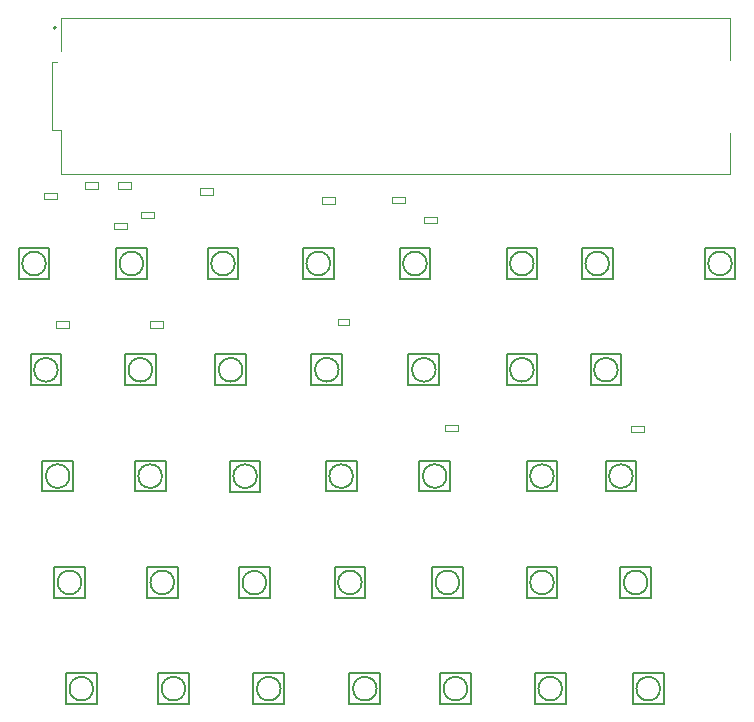
<source format=gbr>
%TF.GenerationSoftware,KiCad,Pcbnew,(6.0.8)*%
%TF.CreationDate,2022-12-05T17:54:35+01:00*%
%TF.ProjectId,FMC-HPC-BRK,464d432d-4850-4432-9d42-524b2e6b6963,rev?*%
%TF.SameCoordinates,Original*%
%TF.FileFunction,AssemblyDrawing,Top*%
%FSLAX46Y46*%
G04 Gerber Fmt 4.6, Leading zero omitted, Abs format (unit mm)*
G04 Created by KiCad (PCBNEW (6.0.8)) date 2022-12-05 17:54:35*
%MOMM*%
%LPD*%
G01*
G04 APERTURE LIST*
%ADD10C,0.100000*%
%ADD11C,0.200000*%
%ADD12C,0.120000*%
%ADD13C,0.127000*%
G04 APERTURE END LIST*
D10*
%TO.C,K1*%
X161910000Y-43445000D02*
X161910000Y-39930000D01*
X104480000Y-39680000D02*
X105280000Y-39680000D01*
X105280000Y-43445000D02*
X161910000Y-43445000D01*
X105280000Y-30215000D02*
X105280000Y-33030000D01*
X161910000Y-30215000D02*
X105280000Y-30215000D01*
X104480000Y-33980000D02*
X104480000Y-39680000D01*
X161910000Y-33730000D02*
X161910000Y-30215000D01*
X104945000Y-33980000D02*
X104480000Y-33980000D01*
X105280000Y-39680000D02*
X105280000Y-43445000D01*
D11*
X104845000Y-31030000D02*
G75*
G03*
X104845000Y-31030000I-100000J0D01*
G01*
D12*
%TO.C,R1*%
X138870000Y-64650000D02*
X138870000Y-65200000D01*
X138870000Y-65200000D02*
X137770000Y-65200000D01*
X137770000Y-65200000D02*
X137770000Y-64650000D01*
X137770000Y-64650000D02*
X138870000Y-64650000D01*
%TO.C,R9*%
X154620000Y-64720000D02*
X154620000Y-65270000D01*
X154620000Y-65270000D02*
X153520000Y-65270000D01*
X153520000Y-65270000D02*
X153520000Y-64720000D01*
X153520000Y-64720000D02*
X154620000Y-64720000D01*
%TO.C,R4*%
X113945000Y-55895000D02*
X113945000Y-56445000D01*
X113945000Y-56445000D02*
X112845000Y-56445000D01*
X112845000Y-56445000D02*
X112845000Y-55895000D01*
X112845000Y-55895000D02*
X113945000Y-55895000D01*
%TO.C,R2*%
X104860000Y-56445000D02*
X104860000Y-55895000D01*
X104860000Y-55895000D02*
X105960000Y-55895000D01*
X105960000Y-55895000D02*
X105960000Y-56445000D01*
X105960000Y-56445000D02*
X104860000Y-56445000D01*
%TO.C,R13*%
X110845000Y-47545000D02*
X110845000Y-48095000D01*
X110845000Y-48095000D02*
X109745000Y-48095000D01*
X109745000Y-48095000D02*
X109745000Y-47545000D01*
X109745000Y-47545000D02*
X110845000Y-47545000D01*
%TO.C,R10*%
X112070000Y-47170000D02*
X112070000Y-46620000D01*
X112070000Y-46620000D02*
X113170000Y-46620000D01*
X113170000Y-46620000D02*
X113170000Y-47170000D01*
X113170000Y-47170000D02*
X112070000Y-47170000D01*
%TO.C,R7*%
X103865000Y-45540000D02*
X103865000Y-44990000D01*
X103865000Y-44990000D02*
X104965000Y-44990000D01*
X104965000Y-44990000D02*
X104965000Y-45540000D01*
X104965000Y-45540000D02*
X103865000Y-45540000D01*
%TO.C,R8*%
X108375000Y-44110000D02*
X108375000Y-44660000D01*
X108375000Y-44660000D02*
X107275000Y-44660000D01*
X107275000Y-44660000D02*
X107275000Y-44110000D01*
X107275000Y-44110000D02*
X108375000Y-44110000D01*
%TO.C,R5*%
X110080000Y-44650000D02*
X110080000Y-44100000D01*
X110080000Y-44100000D02*
X111180000Y-44100000D01*
X111180000Y-44100000D02*
X111180000Y-44650000D01*
X111180000Y-44650000D02*
X110080000Y-44650000D01*
%TO.C,R12*%
X117055000Y-44620000D02*
X118155000Y-44620000D01*
X117055000Y-45170000D02*
X117055000Y-44620000D01*
X118155000Y-45170000D02*
X117055000Y-45170000D01*
X118155000Y-44620000D02*
X118155000Y-45170000D01*
%TO.C,R3*%
X136030000Y-47590000D02*
X136030000Y-47040000D01*
X136030000Y-47040000D02*
X137130000Y-47040000D01*
X137130000Y-47040000D02*
X137130000Y-47590000D01*
X137130000Y-47590000D02*
X136030000Y-47590000D01*
%TO.C,R11*%
X134395000Y-45345000D02*
X134395000Y-45895000D01*
X134395000Y-45895000D02*
X133295000Y-45895000D01*
X133295000Y-45895000D02*
X133295000Y-45345000D01*
X133295000Y-45345000D02*
X134395000Y-45345000D01*
%TO.C,R6*%
X127340000Y-45930000D02*
X127340000Y-45380000D01*
X127340000Y-45380000D02*
X128440000Y-45380000D01*
X128440000Y-45380000D02*
X128440000Y-45930000D01*
X128440000Y-45930000D02*
X127340000Y-45930000D01*
D10*
%TO.C,C1*%
X129687840Y-56198920D02*
X128692160Y-56198920D01*
X128692160Y-55701080D02*
X129687840Y-55701080D01*
X128692160Y-56198920D02*
X128692160Y-55701080D01*
X129687840Y-55701080D02*
X129687840Y-56198920D01*
D13*
%TO.C,LA00_P_CC1*%
X110700000Y-58700000D02*
X113300000Y-58700000D01*
X113300000Y-61300000D02*
X110700000Y-61300000D01*
X110700000Y-61300000D02*
X110700000Y-58700000D01*
X113300000Y-58700000D02*
X113300000Y-61300000D01*
X113000000Y-60000000D02*
G75*
G03*
X113000000Y-60000000I-1000000J0D01*
G01*
%TO.C,LA32_P1*%
X152635000Y-76700000D02*
X155235000Y-76700000D01*
X152635000Y-79300000D02*
X152635000Y-76700000D01*
X155235000Y-79300000D02*
X152635000Y-79300000D01*
X155235000Y-76700000D02*
X155235000Y-79300000D01*
X154935000Y-78000000D02*
G75*
G03*
X154935000Y-78000000I-1000000J0D01*
G01*
%TO.C,HA04_P1*%
X115155000Y-79300000D02*
X112555000Y-79300000D01*
X112555000Y-79300000D02*
X112555000Y-76700000D01*
X112555000Y-76700000D02*
X115155000Y-76700000D01*
X115155000Y-76700000D02*
X115155000Y-79300000D01*
X114855000Y-78000000D02*
G75*
G03*
X114855000Y-78000000I-1000000J0D01*
G01*
%TO.C,CLK3_BIDIR_P1*%
X103700000Y-67700000D02*
X106300000Y-67700000D01*
X106300000Y-70300000D02*
X103700000Y-70300000D01*
X106300000Y-67700000D02*
X106300000Y-70300000D01*
X103700000Y-70300000D02*
X103700000Y-67700000D01*
X106000000Y-69000000D02*
G75*
G03*
X106000000Y-69000000I-1000000J0D01*
G01*
%TO.C,LA13_P1*%
X129085000Y-61295000D02*
X126485000Y-61295000D01*
X126485000Y-61295000D02*
X126485000Y-58695000D01*
X126485000Y-58695000D02*
X129085000Y-58695000D01*
X129085000Y-58695000D02*
X129085000Y-61295000D01*
X128785000Y-59995000D02*
G75*
G03*
X128785000Y-59995000I-1000000J0D01*
G01*
%TO.C,HA17_P_CC1*%
X128365000Y-52295000D02*
X125765000Y-52295000D01*
X128365000Y-49695000D02*
X128365000Y-52295000D01*
X125765000Y-49695000D02*
X128365000Y-49695000D01*
X125765000Y-52295000D02*
X125765000Y-49695000D01*
X128065000Y-50995000D02*
G75*
G03*
X128065000Y-50995000I-1000000J0D01*
G01*
%TO.C,LA01_P_CC1*%
X116100000Y-85695000D02*
X116100000Y-88295000D01*
X113500000Y-88295000D02*
X113500000Y-85695000D01*
X116100000Y-88295000D02*
X113500000Y-88295000D01*
X113500000Y-85695000D02*
X116100000Y-85695000D01*
X115800000Y-86995000D02*
G75*
G03*
X115800000Y-86995000I-1000000J0D01*
G01*
%TO.C,HB00_P_CC2*%
X138225000Y-67695000D02*
X138225000Y-70295000D01*
X135625000Y-70295000D02*
X135625000Y-67695000D01*
X135625000Y-67695000D02*
X138225000Y-67695000D01*
X138225000Y-70295000D02*
X135625000Y-70295000D01*
X137925000Y-68995000D02*
G75*
G03*
X137925000Y-68995000I-1000000J0D01*
G01*
%TO.C,CLK1_M2C_P1*%
X105300000Y-61300000D02*
X102700000Y-61300000D01*
X102700000Y-61300000D02*
X102700000Y-58700000D01*
X105300000Y-58700000D02*
X105300000Y-61300000D01*
X102700000Y-58700000D02*
X105300000Y-58700000D01*
X105000000Y-60000000D02*
G75*
G03*
X105000000Y-60000000I-1000000J0D01*
G01*
%TO.C,LA17_P_CC1*%
X129700000Y-85700000D02*
X132300000Y-85700000D01*
X132300000Y-88300000D02*
X129700000Y-88300000D01*
X129700000Y-88300000D02*
X129700000Y-85700000D01*
X132300000Y-85700000D02*
X132300000Y-88300000D01*
X132000000Y-87000000D02*
G75*
G03*
X132000000Y-87000000I-1000000J0D01*
G01*
%TO.C,HB21_P1*%
X159775000Y-49695000D02*
X162375000Y-49695000D01*
X159775000Y-52295000D02*
X159775000Y-49695000D01*
X162375000Y-52295000D02*
X159775000Y-52295000D01*
X162375000Y-49695000D02*
X162375000Y-52295000D01*
X162075000Y-50995000D02*
G75*
G03*
X162075000Y-50995000I-1000000J0D01*
G01*
%TO.C,LA21_P1*%
X136700000Y-76700000D02*
X139300000Y-76700000D01*
X139300000Y-79300000D02*
X136700000Y-79300000D01*
X136700000Y-79300000D02*
X136700000Y-76700000D01*
X139300000Y-76700000D02*
X139300000Y-79300000D01*
X139000000Y-78000000D02*
G75*
G03*
X139000000Y-78000000I-1000000J0D01*
G01*
%TO.C,HA00_P_CC1*%
X109945000Y-52300000D02*
X109945000Y-49700000D01*
X109945000Y-49700000D02*
X112545000Y-49700000D01*
X112545000Y-49700000D02*
X112545000Y-52300000D01*
X112545000Y-52300000D02*
X109945000Y-52300000D01*
X112245000Y-51000000D02*
G75*
G03*
X112245000Y-51000000I-1000000J0D01*
G01*
%TO.C,CLK2_BIDIR_P1*%
X108300000Y-88300000D02*
X105700000Y-88300000D01*
X105700000Y-88300000D02*
X105700000Y-85700000D01*
X108300000Y-85700000D02*
X108300000Y-88300000D01*
X105700000Y-85700000D02*
X108300000Y-85700000D01*
X108000000Y-87000000D02*
G75*
G03*
X108000000Y-87000000I-1000000J0D01*
G01*
%TO.C,HA13_P1*%
X118345000Y-61300000D02*
X118345000Y-58700000D01*
X120945000Y-61300000D02*
X118345000Y-61300000D01*
X120945000Y-58700000D02*
X120945000Y-61300000D01*
X118345000Y-58700000D02*
X120945000Y-58700000D01*
X120645000Y-60000000D02*
G75*
G03*
X120645000Y-60000000I-1000000J0D01*
G01*
%TO.C,LA18_P_CC1*%
X136545000Y-52300000D02*
X133945000Y-52300000D01*
X133945000Y-52300000D02*
X133945000Y-49700000D01*
X136545000Y-49700000D02*
X136545000Y-52300000D01*
X133945000Y-49700000D02*
X136545000Y-49700000D01*
X136245000Y-51000000D02*
G75*
G03*
X136245000Y-51000000I-1000000J0D01*
G01*
%TO.C,HA21_P1*%
X131040000Y-76700000D02*
X131040000Y-79300000D01*
X128440000Y-79300000D02*
X128440000Y-76700000D01*
X131040000Y-79300000D02*
X128440000Y-79300000D01*
X128440000Y-76700000D02*
X131040000Y-76700000D01*
X130740000Y-78000000D02*
G75*
G03*
X130740000Y-78000000I-1000000J0D01*
G01*
%TO.C,HB17_P_CC1*%
X151385000Y-67700000D02*
X153985000Y-67700000D01*
X153985000Y-67700000D02*
X153985000Y-70300000D01*
X151385000Y-70300000D02*
X151385000Y-67700000D01*
X153985000Y-70300000D02*
X151385000Y-70300000D01*
X153685000Y-69000000D02*
G75*
G03*
X153685000Y-69000000I-1000000J0D01*
G01*
%TO.C,LA07_P1*%
X119570000Y-70305000D02*
X119570000Y-67705000D01*
X122170000Y-67705000D02*
X122170000Y-70305000D01*
X122170000Y-70305000D02*
X119570000Y-70305000D01*
X119570000Y-67705000D02*
X122170000Y-67705000D01*
X121870000Y-69005000D02*
G75*
G03*
X121870000Y-69005000I-1000000J0D01*
G01*
%TO.C,HB06_P_CC1*%
X145600000Y-58695000D02*
X145600000Y-61295000D01*
X145600000Y-61295000D02*
X143000000Y-61295000D01*
X143000000Y-61295000D02*
X143000000Y-58695000D01*
X143000000Y-58695000D02*
X145600000Y-58695000D01*
X145300000Y-59995000D02*
G75*
G03*
X145300000Y-59995000I-1000000J0D01*
G01*
%TO.C,HB18_P1*%
X149380000Y-49700000D02*
X151980000Y-49700000D01*
X151980000Y-52300000D02*
X149380000Y-52300000D01*
X151980000Y-49700000D02*
X151980000Y-52300000D01*
X149380000Y-52300000D02*
X149380000Y-49700000D01*
X151680000Y-51000000D02*
G75*
G03*
X151680000Y-51000000I-1000000J0D01*
G01*
%TO.C,CLK0_M2C_P1*%
X107300000Y-79300000D02*
X104700000Y-79300000D01*
X107300000Y-76700000D02*
X107300000Y-79300000D01*
X104700000Y-79300000D02*
X104700000Y-76700000D01*
X104700000Y-76700000D02*
X107300000Y-76700000D01*
X107000000Y-78000000D02*
G75*
G03*
X107000000Y-78000000I-1000000J0D01*
G01*
%TO.C,HA02_P1*%
X111530000Y-67700000D02*
X114130000Y-67700000D01*
X114130000Y-67700000D02*
X114130000Y-70300000D01*
X111530000Y-70300000D02*
X111530000Y-67700000D01*
X114130000Y-70300000D02*
X111530000Y-70300000D01*
X113830000Y-69000000D02*
G75*
G03*
X113830000Y-69000000I-1000000J0D01*
G01*
%TO.C,LA25_P1*%
X139980000Y-88295000D02*
X137380000Y-88295000D01*
X139980000Y-85695000D02*
X139980000Y-88295000D01*
X137380000Y-88295000D02*
X137380000Y-85695000D01*
X137380000Y-85695000D02*
X139980000Y-85695000D01*
X139680000Y-86995000D02*
G75*
G03*
X139680000Y-86995000I-1000000J0D01*
G01*
%TO.C,HA06_P1*%
X120300000Y-52300000D02*
X117700000Y-52300000D01*
X117700000Y-49700000D02*
X120300000Y-49700000D01*
X117700000Y-52300000D02*
X117700000Y-49700000D01*
X120300000Y-49700000D02*
X120300000Y-52300000D01*
X120000000Y-51000000D02*
G75*
G03*
X120000000Y-51000000I-1000000J0D01*
G01*
%TO.C,LA22_P1*%
X137300000Y-58700000D02*
X137300000Y-61300000D01*
X137300000Y-61300000D02*
X134700000Y-61300000D01*
X134700000Y-58700000D02*
X137300000Y-58700000D01*
X134700000Y-61300000D02*
X134700000Y-58700000D01*
X137000000Y-60000000D02*
G75*
G03*
X137000000Y-60000000I-1000000J0D01*
G01*
%TO.C,HA18_P1*%
X127700000Y-67700000D02*
X130300000Y-67700000D01*
X130300000Y-70300000D02*
X127700000Y-70300000D01*
X130300000Y-67700000D02*
X130300000Y-70300000D01*
X127700000Y-70300000D02*
X127700000Y-67700000D01*
X130000000Y-69000000D02*
G75*
G03*
X130000000Y-69000000I-1000000J0D01*
G01*
%TO.C,HB10_P1*%
X147300000Y-76700000D02*
X147300000Y-79300000D01*
X144700000Y-79300000D02*
X144700000Y-76700000D01*
X144700000Y-76700000D02*
X147300000Y-76700000D01*
X147300000Y-79300000D02*
X144700000Y-79300000D01*
X147000000Y-78000000D02*
G75*
G03*
X147000000Y-78000000I-1000000J0D01*
G01*
%TO.C,HA10_P1*%
X120350000Y-79325000D02*
X120350000Y-76725000D01*
X122950000Y-76725000D02*
X122950000Y-79325000D01*
X122950000Y-79325000D02*
X120350000Y-79325000D01*
X120350000Y-76725000D02*
X122950000Y-76725000D01*
X122650000Y-78025000D02*
G75*
G03*
X122650000Y-78025000I-1000000J0D01*
G01*
%TO.C,LA31_P1*%
X145400000Y-85690000D02*
X148000000Y-85690000D01*
X148000000Y-85690000D02*
X148000000Y-88290000D01*
X145400000Y-88290000D02*
X145400000Y-85690000D01*
X148000000Y-88290000D02*
X145400000Y-88290000D01*
X147700000Y-86990000D02*
G75*
G03*
X147700000Y-86990000I-1000000J0D01*
G01*
%TO.C,HB06_N_CC1*%
X145600000Y-52300000D02*
X143000000Y-52300000D01*
X145600000Y-49700000D02*
X145600000Y-52300000D01*
X143000000Y-52300000D02*
X143000000Y-49700000D01*
X143000000Y-49700000D02*
X145600000Y-49700000D01*
X145300000Y-51000000D02*
G75*
G03*
X145300000Y-51000000I-1000000J0D01*
G01*
%TO.C,HB20_P1*%
X153700000Y-85700000D02*
X156300000Y-85700000D01*
X153700000Y-88300000D02*
X153700000Y-85700000D01*
X156300000Y-88300000D02*
X153700000Y-88300000D01*
X156300000Y-85700000D02*
X156300000Y-88300000D01*
X156000000Y-87000000D02*
G75*
G03*
X156000000Y-87000000I-1000000J0D01*
G01*
%TO.C,LA09_P1*%
X121570000Y-85700000D02*
X124170000Y-85700000D01*
X121570000Y-88300000D02*
X121570000Y-85700000D01*
X124170000Y-88300000D02*
X121570000Y-88300000D01*
X124170000Y-85700000D02*
X124170000Y-88300000D01*
X123870000Y-87000000D02*
G75*
G03*
X123870000Y-87000000I-1000000J0D01*
G01*
%TO.C,HA01_P_CC1*%
X104300000Y-52300000D02*
X101700000Y-52300000D01*
X101700000Y-49700000D02*
X104300000Y-49700000D01*
X104300000Y-49700000D02*
X104300000Y-52300000D01*
X101700000Y-52300000D02*
X101700000Y-49700000D01*
X104000000Y-51000000D02*
G75*
G03*
X104000000Y-51000000I-1000000J0D01*
G01*
%TO.C,HB10_N1*%
X144700000Y-70300000D02*
X144700000Y-67700000D01*
X147300000Y-67700000D02*
X147300000Y-70300000D01*
X144700000Y-67700000D02*
X147300000Y-67700000D01*
X147300000Y-70300000D02*
X144700000Y-70300000D01*
X147000000Y-69000000D02*
G75*
G03*
X147000000Y-69000000I-1000000J0D01*
G01*
%TO.C,LA33_P1*%
X150115000Y-58695000D02*
X152715000Y-58695000D01*
X150115000Y-61295000D02*
X150115000Y-58695000D01*
X152715000Y-61295000D02*
X150115000Y-61295000D01*
X152715000Y-58695000D02*
X152715000Y-61295000D01*
X152415000Y-59995000D02*
G75*
G03*
X152415000Y-59995000I-1000000J0D01*
G01*
%TD*%
M02*

</source>
